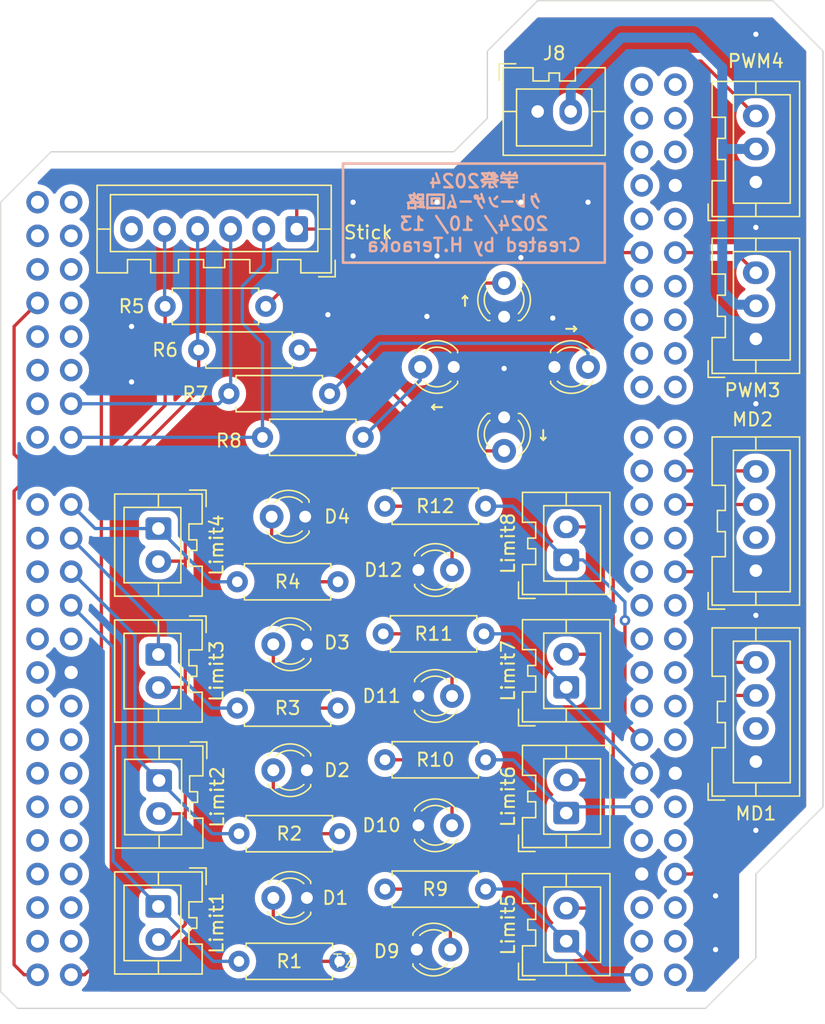
<source format=kicad_pcb>
(kicad_pcb (version 20221018) (generator pcbnew)
  (layers (0 "F.Cu" signal) (31 "B.Cu" signal) (34 "B.Paste" user) (35 "F.Paste" user) (36 "B.SilkS" user "B.Silkscreen") (37 "F.SilkS" user "F.Silkscreen") (38 "B.Mask" user) (39 "F.Mask" user) (44 "Edge.Cuts" user))
  (net 0 "")
  (net 1 "Input↑")
  (net 2 "Input↓")
  (net 3 "Input→")
  (net 4 "Input←")
  (net 5 "Switch_PWR")
  (net 7 "Limit1")
  (net 8 "Limit2")
  (net 9 "Limit3")
  (net 10 "Limit4")
  (net 11 "GND")
  (net 13 "PWM2")
  (net 14 "PWM1")
  (net 16 "PWM4")
  (net 17 "PWM3")
  (net 18 "Servo_Power")
  (net 19 "PWM5")
  (net 20 "PWM6")
  (net 29 "Net-(D9-A)")
  (net 34 "Net-(D10-A)")
  (net 35 "Net-(D11-A)")
  (net 36 "Net-(D12-A)")
  (net 94 "Net-(D1-A)")
  (net 95 "Net-(D2-A)")
  (net 96 "Net-(D3-A)")
  (net 97 "Net-(D4-A)")
  (net 98 "Net-(D5-A)")
  (net 99 "Net-(D6-A)")
  (net 100 "Net-(D7-A)")
  (net 101 "Net-(D8-A)")
  (net 105 "Limit5")
  (net 106 "Limit6")
  (net 107 "Limit7")
  (net 108 "Limit8")
  (footprint "LED_THT:LED_D3.0mm" (layer "F.Cu") (at 75.2432 91.2142 180)
    (fp_text reference "D2" (at -2.281 0) (layer "F.SilkS"))
    (fp_text value "LED")
    (pad "1" thru_hole rect (at 0 0 180) (size 1.8 1.8) (drill 0.9) (layers "*.Cu" "*.Mask") (net 11 "GND"))
    (pad "2" thru_hole circle (at 2.54 0 180) (size 1.8 1.8) (drill 0.9) (layers "*.Cu" "*.Mask") (net 95 "Net-(D2-A)"))
  )
  (footprint "LED_THT:LED_D3.0mm" (layer "F.Cu") (at 90.17 56.916 90)
    (fp_text reference "↑" (at 1.27 -2.96) (layer "F.SilkS"))
    (fp_text value "LED")
    (pad "1" thru_hole rect (at 0 0 90) (size 1.8 1.8) (drill 0.9) (layers "*.Cu" "*.Mask") (net 11 "GND"))
    (pad "2" thru_hole circle (at 2.54 0 90) (size 1.8 1.8) (drill 0.9) (layers "*.Cu" "*.Mask") (net 98 "Net-(D5-A)"))
  )
  (footprint "Connector_JST:JST_XA_B06B-XASK-1_1x06_P2.50mm_Vertical" (layer "F.Cu") (at 74.476 50.292 180)
    (fp_text reference "Stick" (at -5.407 -0.254) (layer "F.SilkS"))
    (fp_text value "Conn_01x06_Socket")
    (pad "1" thru_hole roundrect (at 0 0 180) (size 1.7 1.95) (drill 0.95) (layers "*.Cu" "*.Mask") (roundrect_rratio 0.1470588235) (net 5 "Switch_PWR"))
    (pad "2" thru_hole oval (at 2.5 0 180) (size 1.7 1.95) (drill 0.95) (layers "*.Cu" "*.Mask") (net 4 "Input←"))
    (pad "3" thru_hole oval (at 5 0 180) (size 1.7 1.95) (drill 0.95) (layers "*.Cu" "*.Mask") (net 3 "Input→"))
    (pad "4" thru_hole oval (at 7.5 0 180) (size 1.7 1.95) (drill 0.95) (layers "*.Cu" "*.Mask") (net 2 "Input↓"))
    (pad "5" thru_hole oval (at 10 0 180) (size 1.7 1.95) (drill 0.95) (layers "*.Cu" "*.Mask") (net 1 "Input↑"))
    (pad "6" thru_hole oval (at 12.5 0 180) (size 1.7 1.95) (drill 0.95) (layers "*.Cu" "*.Mask"))
  )
  (footprint "Resistor_THT:R_Axial_DIN0207_L6.3mm_D2.5mm_P7.62mm_Horizontal" (layer "F.Cu") (at 77.724 105.664 180)
    (fp_text reference "R1" (at 3.81 0) (layer "F.SilkS"))
    (fp_text value "R")
    (pad "1" thru_hole circle (at 0 0 180) (size 1.6 1.6) (drill 0.8) (layers "*.Cu" "*.Mask") (net 94 "Net-(D1-A)"))
    (pad "2" thru_hole oval (at 7.62 0 180) (size 1.6 1.6) (drill 0.8) (layers "*.Cu" "*.Mask") (net 7 "Limit1"))
  )
  (footprint "Connector_JST:JST_XA_B04B-XASK-1_1x04_P2.50mm_Vertical" (layer "F.Cu") (at 109.22 76.12 90)
    (fp_text reference "MD2" (at 11.43 -0.254) (layer "F.SilkS"))
    (fp_text value "Conn_01x04")
    (pad "1" thru_hole roundrect (at 0 0 90) (size 1.7 1.95) (drill 0.95) (layers "*.Cu" "*.Mask") (roundrect_rratio 0.1470588235) (net 11 "GND"))
    (pad "2" thru_hole oval (at 2.5 0 90) (size 1.7 1.95) (drill 0.95) (layers "*.Cu" "*.Mask"))
    (pad "3" thru_hole oval (at 5 0 90) (size 1.7 1.95) (drill 0.95) (layers "*.Cu" "*.Mask") (net 13 "PWM2"))
    (pad "4" thru_hole oval (at 7.5 0 90) (size 1.7 1.95) (drill 0.95) (layers "*.Cu" "*.Mask") (net 14 "PWM1"))
  )
  (footprint "LED_THT:LED_D3.0mm" (layer "F.Cu") (at 83.688 76.073)
    (fp_text reference "D12" (at -2.662 0) (layer "F.SilkS"))
    (fp_text value "LED")
    (pad "1" thru_hole rect (at 0 0) (size 1.8 1.8) (drill 0.9) (layers "*.Cu" "*.Mask") (net 11 "GND"))
    (pad "2" thru_hole circle (at 2.54 0) (size 1.8 1.8) (drill 0.9) (layers "*.Cu" "*.Mask") (net 36 "Net-(D12-A)"))
  )
  (footprint "Resistor_THT:R_Axial_DIN0207_L6.3mm_D2.5mm_P7.62mm_Horizontal" (layer "F.Cu") (at 77.724 96.012 180)
    (fp_text reference "R2" (at 3.81 0) (layer "F.SilkS"))
    (fp_text value "R")
    (pad "1" thru_hole circle (at 0 0 180) (size 1.6 1.6) (drill 0.8) (layers "*.Cu" "*.Mask") (net 95 "Net-(D2-A)"))
    (pad "2" thru_hole oval (at 7.62 0 180) (size 1.6 1.6) (drill 0.8) (layers "*.Cu" "*.Mask") (net 8 "Limit2"))
  )
  (footprint "Resistor_THT:R_Axial_DIN0207_L6.3mm_D2.5mm_P7.62mm_Horizontal" (layer "F.Cu") (at 71.882 66.04)
    (fp_text reference "R8" (at -2.54 0.254) (layer "F.SilkS"))
    (fp_text value "R")
    (pad "1" thru_hole circle (at 0 0) (size 1.6 1.6) (drill 0.8) (layers "*.Cu" "*.Mask") (net 4 "Input←"))
    (pad "2" thru_hole oval (at 7.62 0) (size 1.6 1.6) (drill 0.8) (layers "*.Cu" "*.Mask") (net 101 "Net-(D8-A)"))
  )
  (footprint "Connector_JST:JST_XA_B02B-XASK-1_1x02_P2.50mm_Vertical" (layer "F.Cu") (at 64.008 101.513 -90)
    (fp_text reference "Limit1" (at 1.25 -4.4 90) (layer "F.SilkS"))
    (fp_text value "Conn_01x02_Socket")
    (pad "1" thru_hole roundrect (at 0 0 270) (size 1.7 1.95) (drill 0.95) (layers "*.Cu" "*.Mask") (roundrect_rratio 0.1470588235) (net 7 "Limit1"))
    (pad "2" thru_hole oval (at 2.5 0 270) (size 1.7 1.95) (drill 0.95) (layers "*.Cu" "*.Mask") (net 5 "Switch_PWR"))
  )
  (footprint "Connector_JST:JST_XA_B02B-XASK-1_1x02_P2.50mm_Vertical" (layer "F.Cu") (at 94.869 104.14 90)
    (fp_text reference "Limit5" (at 1.25 -4.4 90) (layer "F.SilkS"))
    (fp_text value "Conn_01x02_Socket")
    (pad "1" thru_hole roundrect (at 0 0 90) (size 1.7 1.95) (drill 0.95) (layers "*.Cu" "*.Mask") (roundrect_rratio 0.1470588235) (net 105 "Limit5"))
    (pad "2" thru_hole oval (at 2.5 0 90) (size 1.7 1.95) (drill 0.95) (layers "*.Cu" "*.Mask") (net 5 "Switch_PWR"))
  )
  (footprint "LED_THT:LED_D3.0mm" (layer "F.Cu") (at 75.1162 72.0372 180)
    (fp_text reference "D4" (at -2.413 0) (layer "F.SilkS"))
    (fp_text value "LED")
    (pad "1" thru_hole rect (at 0 0 180) (size 1.8 1.8) (drill 0.9) (layers "*.Cu" "*.Mask") (net 11 "GND"))
    (pad "2" thru_hole circle (at 2.54 0 180) (size 1.8 1.8) (drill 0.9) (layers "*.Cu" "*.Mask") (net 97 "Net-(D4-A)"))
  )
  (footprint "Resistor_THT:R_Axial_DIN0207_L6.3mm_D2.5mm_P7.62mm_Horizontal" (layer "F.Cu") (at 69.977 86.5152)
    (fp_text reference "R3" (at 3.81 0) (layer "F.SilkS"))
    (fp_text value "R")
    (pad "1" thru_hole circle (at 0 0) (size 1.6 1.6) (drill 0.8) (layers "*.Cu" "*.Mask") (net 9 "Limit3"))
    (pad "2" thru_hole oval (at 7.62 0) (size 1.6 1.6) (drill 0.8) (layers "*.Cu" "*.Mask") (net 96 "Net-(D3-A)"))
  )
  (footprint "Resistor_THT:R_Axial_DIN0207_L6.3mm_D2.5mm_P7.62mm_Horizontal" (layer "F.Cu") (at 88.773 71.247 180)
    (fp_text reference "R12" (at 3.81 0) (layer "F.SilkS"))
    (fp_text value "R")
    (pad "1" thru_hole circle (at 0 0 180) (size 1.6 1.6) (drill 0.8) (layers "*.Cu" "*.Mask") (net 108 "Limit8"))
    (pad "2" thru_hole oval (at 7.62 0 180) (size 1.6 1.6) (drill 0.8) (layers "*.Cu" "*.Mask") (net 36 "Net-(D12-A)"))
  )
  (footprint "Resistor_THT:R_Axial_DIN0207_L6.3mm_D2.5mm_P7.62mm_Horizontal" (layer "F.Cu") (at 81.153 90.424)
    (fp_text reference "R10" (at 3.81 0) (layer "F.SilkS"))
    (fp_text value "R")
    (pad "1" thru_hole circle (at 0 0) (size 1.6 1.6) (drill 0.8) (layers "*.Cu" "*.Mask") (net 34 "Net-(D10-A)"))
    (pad "2" thru_hole oval (at 7.62 0) (size 1.6 1.6) (drill 0.8) (layers "*.Cu" "*.Mask") (net 106 "Limit6"))
  )
  (footprint "LED_THT:LED_D3.0mm" (layer "F.Cu") (at 86.36 60.721 180)
    (fp_text reference "←" (at 1.27 -2.96) (layer "F.SilkS"))
    (fp_text value "LED")
    (pad "1" thru_hole rect (at 0 0 180) (size 1.8 1.8) (drill 0.9) (layers "*.Cu" "*.Mask") (net 11 "GND"))
    (pad "2" thru_hole circle (at 2.54 0 180) (size 1.8 1.8) (drill 0.9) (layers "*.Cu" "*.Mask") (net 101 "Net-(D8-A)"))
  )
  (footprint "Connector_JST:JST_XA_B02B-XASK-1_1x02_P2.50mm_Vertical" (layer "F.Cu") (at 94.869 94.448 90)
    (fp_text reference "Limit6" (at 1.25 -4.4 90) (layer "F.SilkS"))
    (fp_text value "Conn_01x02_Socket")
    (pad "1" thru_hole roundrect (at 0 0 90) (size 1.7 1.95) (drill 0.95) (layers "*.Cu" "*.Mask") (roundrect_rratio 0.1470588235) (net 106 "Limit6"))
    (pad "2" thru_hole oval (at 2.5 0 90) (size 1.7 1.95) (drill 0.95) (layers "*.Cu" "*.Mask") (net 5 "Switch_PWR"))
  )
  (footprint "Connector_JST:JST_XA_B02B-XASK-1_1x02_P2.50mm_Vertical" (layer "F.Cu") (at 64.008 82.463 -90)
    (fp_text reference "Limit3" (at 1.25 -4.4 90) (layer "F.SilkS"))
    (fp_text value "Conn_01x02_Socket")
    (pad "1" thru_hole roundrect (at 0 0 270) (size 1.7 1.95) (drill 0.95) (layers "*.Cu" "*.Mask") (roundrect_rratio 0.1470588235) (net 9 "Limit3"))
    (pad "2" thru_hole oval (at 2.5 0 270) (size 1.7 1.95) (drill 0.95) (layers "*.Cu" "*.Mask") (net 5 "Switch_PWR"))
  )
  (footprint "LED_THT:LED_D3.0mm" (layer "F.Cu") (at 83.561 104.775)
    (fp_text reference "D9" (at -2.281 0.127) (layer "F.SilkS"))
    (fp_text value "LED")
    (pad "1" thru_hole rect (at 0 0) (size 1.8 1.8) (drill 0.9) (layers "*.Cu" "*.Mask") (net 11 "GND"))
    (pad "2" thru_hole circle (at 2.54 0) (size 1.8 1.8) (drill 0.9) (layers "*.Cu" "*.Mask") (net 29 "Net-(D9-A)"))
  )
  (footprint "LED_THT:LED_D3.0mm" (layer "F.Cu") (at 83.688 85.598)
    (fp_text reference "D11" (at -2.789 0) (layer "F.SilkS"))
    (fp_text value "LED")
    (pad "1" thru_hole rect (at 0 0) (size 1.8 1.8) (drill 0.9) (layers "*.Cu" "*.Mask") (net 11 "GND"))
    (pad "2" thru_hole circle (at 2.54 0) (size 1.8 1.8) (drill 0.9) (layers "*.Cu" "*.Mask") (net 35 "Net-(D11-A)"))
  )
  (footprint "Connector_JST:JST_XA_B02B-XASK-1_1x02_P2.50mm_Vertical" (layer "F.Cu") (at 94.869 75.311 90)
    (fp_text reference "Limit8" (at 1.25 -4.4 90) (layer "F.SilkS"))
    (fp_text value "Conn_01x02_Socket")
    (pad "1" thru_hole roundrect (at 0 0 90) (size 1.7 1.95) (drill 0.95) (layers "*.Cu" "*.Mask") (roundrect_rratio 0.1470588235) (net 108 "Limit8"))
    (pad "2" thru_hole oval (at 2.5 0 90) (size 1.7 1.95) (drill 0.95) (layers "*.Cu" "*.Mask") (net 5 "Switch_PWR"))
  )
  (footprint "LED_THT:LED_D3.0mm" (layer "F.Cu") (at 75.2432 81.6892 180)
    (fp_text reference "D3" (at -2.281 0.127) (layer "F.SilkS"))
    (fp_text value "LED")
    (pad "1" thru_hole rect (at 0 0 180) (size 1.8 1.8) (drill 0.9) (layers "*.Cu" "*.Mask") (net 11 "GND"))
    (pad "2" thru_hole circle (at 2.54 0 180) (size 1.8 1.8) (drill 0.9) (layers "*.Cu" "*.Mask") (net 96 "Net-(D3-A)"))
  )
  (footprint "Resistor_THT:R_Axial_DIN0207_L6.3mm_D2.5mm_P7.62mm_Horizontal" (layer "F.Cu") (at 81.153 100.203)
    (fp_text reference "R9" (at 3.81 0) (layer "F.SilkS"))
    (fp_text value "R")
    (pad "1" thru_hole circle (at 0 0) (size 1.6 1.6) (drill 0.8) (layers "*.Cu" "*.Mask") (net 29 "Net-(D9-A)"))
    (pad "2" thru_hole oval (at 7.62 0) (size 1.6 1.6) (drill 0.8) (layers "*.Cu" "*.Mask") (net 105 "Limit5"))
  )
  (footprint "Connector_JST:JST_XA_B02B-XASK-1_1x02_P2.50mm_Vertical" (layer "F.Cu") (at 92.71 41.402)
    (fp_text reference "J8" (at 1.25 -4.4) (layer "F.SilkS"))
    (fp_text value "Conn_01x02")
    (pad "1" thru_hole roundrect (at 0 0) (size 1.7 1.95) (drill 0.95) (layers "*.Cu" "*.Mask") (roundrect_rratio 0.1470588235) (net 11 "GND"))
    (pad "2" thru_hole oval (at 2.5 0) (size 1.7 1.95) (drill 0.95) (layers "*.Cu" "*.Mask") (net 18 "Servo_Power"))
  )
  (footprint "Resistor_THT:R_Axial_DIN0207_L6.3mm_D2.5mm_P7.62mm_Horizontal" (layer "F.Cu") (at 88.646 80.899 180)
    (fp_text reference "R11" (at 3.81 0) (layer "F.SilkS"))
    (fp_text value "R")
    (pad "1" thru_hole circle (at 0 0 180) (size 1.6 1.6) (drill 0.8) (layers "*.Cu" "*.Mask") (net 107 "Limit7"))
    (pad "2" thru_hole oval (at 7.62 0 180) (size 1.6 1.6) (drill 0.8) (layers "*.Cu" "*.Mask") (net 35 "Net-(D11-A)"))
  )
  (footprint "LED_THT:LED_D3.0mm" (layer "F.Cu") (at 93.98 60.721)
    (fp_text reference "→" (at 1.27 -2.96) (layer "F.SilkS"))
    (fp_text value "LED")
    (pad "1" thru_hole rect (at 0 0) (size 1.8 1.8) (drill 0.9) (layers "*.Cu" "*.Mask") (net 11 "GND"))
    (pad "2" thru_hole circle (at 2.54 0) (size 1.8 1.8) (drill 0.9) (layers "*.Cu" "*.Mask") (net 100 "Net-(D7-A)"))
  )
  (footprint "LED_THT:LED_D3.0mm" (layer "F.Cu") (at 75.2432 100.8662 180)
    (fp_text reference "D1" (at -2.154 0) (layer "F.SilkS"))
    (fp_text value "LED")
    (pad "1" thru_hole rect (at 0 0 180) (size 1.8 1.8) (drill 0.9) (layers "*.Cu" "*.Mask") (net 11 "GND"))
    (pad "2" thru_hole circle (at 2.54 0 180) (size 1.8 1.8) (drill 0.9) (layers "*.Cu" "*.Mask") (net 94 "Net-(D1-A)"))
  )
  (footprint "Connector_JST:JST_XA_B03B-XASK-1_1x03_P2.50mm_Vertical" (layer "F.Cu") (at 109.22 46.736 90)
    (fp_text reference "PWM4" (at 9.144 0) (layer "F.SilkS"))
    (fp_text value "Conn_01x03")
    (pad "1" thru_hole roundrect (at 0 0 90) (size 1.7 1.95) (drill 0.95) (layers "*.Cu" "*.Mask") (roundrect_rratio 0.1470588235) (net 11 "GND"))
    (pad "2" thru_hole oval (at 2.5 0 90) (size 1.7 1.95) (drill 0.95) (layers "*.Cu" "*.Mask") (net 18 "Servo_Power"))
    (pad "3" thru_hole oval (at 5 0 90) (size 1.7 1.95) (drill 0.95) (layers "*.Cu" "*.Mask") (net 20 "PWM6"))
  )
  (footprint "Connector_JST:JST_XA_B02B-XASK-1_1x02_P2.50mm_Vertical" (layer "F.Cu") (at 64.0622 91.988 -90)
    (fp_text reference "Limit2" (at 1.25 -4.4 90) (layer "F.SilkS"))
    (fp_text value "Conn_01x02_Socket")
    (pad "1" thru_hole roundrect (at 0 0 270) (size 1.7 1.95) (drill 0.95) (layers "*.Cu" "*.Mask") (roundrect_rratio 0.1470588235) (net 8 "Limit2"))
    (pad "2" thru_hole oval (at 2.5 0 270) (size 1.7 1.95) (drill 0.95) (layers "*.Cu" "*.Mask") (net 5 "Switch_PWR"))
  )
  (footprint "Connector_JST:JST_XA_B02B-XASK-1_1x02_P2.50mm_Vertical" (layer "F.Cu") (at 64.008 72.938 -90)
    (fp_text reference "Limit4" (at 1.25 -4.4 90) (layer "F.SilkS"))
    (fp_text value "Conn_01x02_Socket")
    (pad "1" thru_hole roundrect (at 0 0 270) (size 1.7 1.95) (drill 0.95) (layers "*.Cu" "*.Mask") (roundrect_rratio 0.1470588235) (net 10 "Limit4"))
    (pad "2" thru_hole oval (at 2.5 0 270) (size 1.7 1.95) (drill 0.95) (layers "*.Cu" "*.Mask") (net 5 "Switch_PWR"))
  )
  (footprint "okarobo:NucleoF767-ZioConnector" (layer "F.Cu") (at 78.994 73.66)
    (fp_text reference "Z1" (at -0.9618 31.9052 180 unlocked) (layer "F.SilkS") (effects (font (thickness 0.1))))
    (fp_text value "NucleoF767-ZioConnector")
    (pad "1" thru_hole circle (at -24.13 -25.4) (size 1.7 1.7) (drill 1) (layers "*.Cu" "*.Mask"))
    (pad "2" thru_hole circle (at -24.13 -22.86) (size 1.7 1.7) (drill 1) (layers "*.Cu" "*.Mask"))
    (pad "3" thru_hole circle (at -24.13 -20.32) (size 1.7 1.7) (drill 1) (layers "*.Cu" "*.Mask"))
    (pad "4" thru_hole circle (at -24.13 -17.78) (size 1.7 1.7) (drill 1) (layers "*.Cu" "*.Mask") (net 5 "Switch_PWR"))
    (pad "5" thru_hole circle (at -24.13 -15.24) (size 1.7 1.7) (drill 1) (layers "*.Cu" "*.Mask"))
    (pad "6" thru_hole circle (at -24.13 -12.7) (size 1.7 1.7) (drill 1) (layers "*.Cu" "*.Mask"))
    (pad "7" thru_hole circle (at -24.13 -10.16) (size 1.7 1.7) (drill 1) (layers "*.Cu" "*.Mask"))
    (pad "8" thru_hole circle (at -24.13 -7.62) (size 1.7 1.7) (drill 1) (layers "*.Cu" "*.Mask"))
    (pad "9" thru_hole circle (at -24.13 -2.54) (size 1.7 1.7) (drill 1) (layers "*.Cu" "*.Mask"))
    (pad "10" thru_hole circle (at -24.13 0) (size 1.7 1.7) (drill 1) (layers "*.Cu" "*.Mask"))
    (pad "11" thru_hole circle (at -24.13 2.54) (size 1.7 1.7) (drill 1) (layers "*.Cu" "*.Mask"))
    (pad "12" thru_hole circle (at -24.13 5.08) (size 1.7 1.7) (drill 1) (layers "*.Cu" "*.Mask"))
    (pad "13" thru_hole circle (at -24.13 7.62) (size 1.7 1.7) (drill 1) (layers "*.Cu" "*.Mask"))
    (pad "14" thru_hole circle (at -24.13 10.16) (size 1.7 1.7) (drill 1) (layers "*.Cu" "*.Mask"))
    (pad "15" thru_hole circle (at -24.13 12.7) (size 1.7 1.7) (drill 1) (layers "*.Cu" "*.Mask"))
    (pad "16" thru_hole circle (at -24.13 15.24) (size 1.7 1.7) (drill 1) (layers "*.Cu" "*.Mask"))
    (pad "17" thru_hole circle (at -24.13 17.78) (size 1.7 1.7) (drill 1) (layers "*.Cu" "*.Mask"))
    (pad "18" thru_hole circle (at -24.13 20.32) (size 1.7 1.7) (drill 1) (layers "*.Cu" "*.Mask"))
    (pad "19" thru_hole circle (at -24.13 22.86) (size 1.7 1.7) (drill 1) (layers "*.Cu" "*.Mask"))
    (pad "20" thru_hole circle (at -24.13 25.4) (size 1.7 1.7) (drill 1) (layers "*.Cu" "*.Mask"))
    (pad "21" thru_hole circle (at -24.13 27.94) (size 1.7 1.7) (drill 1) (layers "*.Cu" "*.Mask"))
    (pad "22" thru_hole circle (at -24.13 30.48) (size 1.7 1.7) (drill 1) (layers "*.Cu" "*.Mask"))
    (pad "23" thru_hole circle (at -24.13 33.02) (size 1.7 1.7) (drill 1) (layers "*.Cu" "*.Mask") (net 1 "Input↑"))
    (pad "24" thru_hole circle (at -21.59 -25.4) (size 1.7 1.7) (drill 1) (layers "*.Cu" "*.Mask"))
    (pad "25" thru_hole circle (at -21.59 -22.86) (size 1.7 1.7) (drill 1) (layers "*.Cu" "*.Mask"))
    (pad "26" thru_hole circle (at -21.59 -20.32) (size 1.7 1.7) (drill 1) (layers "*.Cu" "*.Mask"))
    (pad "27" thru_hole circle (at -21.59 -17.78) (size 1.7 1.7) (drill 1) (layers "*.Cu" "*.Mask"))
    (pad "28" thru_hole circle (at -21.59 -15.24) (size 1.7 1.7) (drill 1) (layers "*.Cu" "*.Mask"))
    (pad "29" thru_hole circle (at -21.59 -12.7) (size 1.7 1.7) (drill 1) (layers "*.Cu" "*.Mask"))
    (pad "30" thru_hole circle (at -21.59 -10.16) (size 1.7 1.7) (drill 1) (layers "*.Cu" "*.Mask") (net 3 "Input→"))
    (pad "31" thru_hole circle (at -21.59 -7.62) (size 1.7 1.7) (drill 1) (layers "*.Cu" "*.Mask") (net 4 "Input←"))
    (pad "32" thru_hole circle (at -21.59 -2.54) (size 1.7 1.7) (drill 1) (layers "*.Cu" "*.Mask") (net 10 "Limit4"))
    (pad "33" thru_hole circle (at -21.59 0) (size 1.7 1.7) (drill 1) (layers "*.Cu" "*.Mask") (net 9 "Limit3"))
    (pad "34" thru_hole circle (at -21.59 2.54) (size 1.7 1.7) (drill 1) (layers "*.Cu" "*.Mask") (net 8 "Limit2"))
    (pad "35" thru_hole circle (at -21.59 5.08) (size 1.7 1.7) (drill 1) (layers "*.Cu" "*.Mask") (net 7 "Limit1"))
    (pad "36" thru_hole circle (at -21.59 7.62) (size 1.7 1.7) (drill 1) (layers "*.Cu" "*.Mask"))
    (pad "37" thru_hole circle (at -21.59 10.16) (size 1.7 1.7) (drill 1) (layers "*.Cu" "*.Mask") (net 11 "GND"))
    (pad "38" thru_hole circle (at -21.59 12.7) (size 1.7 1.7) (drill 1) (layers "*.Cu" "*.Mask"))
    (pad "39" thru_hole circle (at -21.59 15.24) (size 1.7 1.7) (drill 1) (layers "*.Cu" "*.Mask"))
    (pad "40" thru_hole circle (at -21.59 17.78) (size 1.7 1.7) (drill 1) (layers "*.Cu" "*.Mask"))
    (pad "41" thru_hole circle (at -21.59 20.32) (size 1.7 1.7) (drill 1) (layers "*.Cu" "*.Mask"))
    (pad "42" thru_hole circle (at -21.59 22.86) (size 1.7 1.7) (drill 1) (layers "*.Cu" "*.Mask"))
    (pad "43" thru_hole circle (at -21.59 25.4) (size 1.7 1.7) (drill 1) (layers "*.Cu" "*.Mask"))
    (pad "44" thru_hole circle (at -21.59 27.94) (size 1.7 1.7) (drill 1) (layers "*.Cu" "*.Mask"))
    (pad "45" thru_hole circle (at -21.59 30.48) (size 1.7 1.7) (drill 1) (layers "*.Cu" "*.Mask"))
    (pad "46" thru_hole circle (at -21.59 33.02) (size 1.7 1.7) (drill 1) (layers "*.Cu" "*.Mask") (net 2 "Input↓"))
    (pad "47" thru_hole circle (at 21.59 -34.29) (size 1.7 1.7) (drill 1) (layers "*.Cu" "*.Mask"))
    (pad "48" thru_hole circle (at 21.59 -31.75) (size 1.7 1.7) (drill 1) (layers "*.Cu" "*.Mask"))
    (pad "49" thru_hole circle (at 21.59 -29.21) (size 1.7 1.7) (drill 1) (layers "*.Cu" "*.Mask"))
    (pad "50" thru_hole circle (at 21.59 -26.67) (size 1.7 1.7) (drill 1) (layers "*.Cu" "*.Mask"))
    (pad "51" thru_hole circle (at 21.59 -24.13) (size 1.7 1.7) (drill 1) (layers "*.Cu" "*.Mask"))
    (pad "52" thru_hole circle (at 21.59 -21.59) (size 1.7 1.7) (drill 1) (layers "*.Cu" "*.Mask") (net 20 "PWM6"))
    (pad "53" thru_hole circle (at 21.59 -19.05) (size 1.7 1.7) (drill 1) (layers "*.Cu" "*.Mask"))
    (pad "54" thru_hole circle (at 21.59 -16.51) (size 1.7 1.7) (drill 1) (layers "*.Cu" "*.Mask"))
    (pad "55" thru_hole circle (at 21.59 -13.97) (size 1.7 1.7) (drill 1) (layers "*.Cu" "*.Mask"))
    (pad "56" thru_hole circle (at 21.59 -11.43) (size 1.7 1.7) (drill 1) (layers "*.Cu" "*.Mask"))
    (pad "57" thru_hole circle (at 21.59 -7.62) (size 1.7 1.7) (drill 1) (layers "*.Cu" "*.Mask"))
    (pad "58" thru_hole circle (at 21.59 -5.08) (size 1.7 1.7) (drill 1) (layers "*.Cu" "*.Mask"))
    (pad "59" thru_hole circle (at 21.59 -2.54) (size 1.7 1.7) (drill 1) (layers "*.Cu" "*.Mask"))
    (pad "60" thru_hole circle (at 21.59 0) (size 1.7 1.7) (drill 1) (layers "*.Cu" "*.Mask"))
    (pad "61" thru_hole circle (at 21.59 2.54) (size 1.7 1.7) (drill 1) (layers "*.Cu" "*.Mask"))
    (pad "62" thru_hole circle (at 21.59 5.08) (size 1.7 1.7) (drill 1) (layers "*.Cu" "*.Mask"))
    (pad "63" thru_hole circle (at 21.59 7.62) (size 1.7 1.7) (drill 1) (layers "*.Cu" "*.Mask"))
    (pad "64" thru_hole circle (at 21.59 10.16) (size 1.7 1.7) (drill 1) (layers "*.Cu" "*.Mask"))
    (pad "65" thru_hole circle (at 21.59 12.7) (size 1.7 1.7) (drill 1) (layers "*.Cu" "*.Mask"))
    (pad "66" thru_hole circle (at 21.59 15.24) (size 1.7 1.7) (drill 1) (layers "*.Cu" "*.Mask") (net 108 "Limit8"))
    (pad "67" thru_hole circle (at 21.59 17.78) (size 1.7 1.7) (drill 1) (layers "*.Cu" "*.Mask") (net 107 "Limit7"))
    (pad "68" thru_hole circle (at 21.59 20.32) (size 1.7 1.7) (drill 1) (layers "*.Cu" "*.Mask") (net 106 "Limit6"))
    (pad "69" thru_hole circle (at 21.59 22.86) (size 1.7 1.7) (drill 1) (layers "*.Cu" "*.Mask"))
    (pad "70" thru_hole circle (at 21.59 25.4) (size 1.7 1.7) (drill 1) (layers "*.Cu" "*.Mask") (net 11 "GND"))
    (pad "71" thru_hole circle (at 21.59 27.94) (size 1.7 1.7) (drill 1) (layers "*.Cu" "*.Mask"))
    (pad "72" thru_hole circle (at 21.59 30.48) (size 1.7 1.7) (drill 1) (layers "*.Cu" "*.Mask"))
    (pad "73" thru_hole circle (at 21.59 33.02) (size 1.7 1.7) (drill 1) (layers "*.Cu" "*.Mask") (net 105 "Limit5"))
    (pad "74" thru_hole circle (at 24.13 -34.29) (size 1.7 1.7) (drill 1) (layers "*.Cu" "*.Mask"))
    (pad "75" thru_hole circle (at 24.13 -31.75) (size 1.7 1.7) (drill 1) (layers "*.Cu" "*.Mask"))
    (pad "76" thru_hole circle (at 24.13 -29.21) (size 1.7 1.7) (drill 1) (layers "*.Cu" "*.Mask"))
    (pad "77" thru_hole circle (at 24.13 -26.67) (size 1.7 1.7) (drill 1) (layers "*.Cu" "*.Mask") (net 11 "GND"))
    (pad "78" thru_hole circle (at 24.13 -24.13) (size 1.7 1.7) (drill 1) (layers "*.Cu" "*.Mask"))
    (pad "79" thru_hole circle (at 24.13 -21.59) (size 1.7 1.7) (drill 1) (layers "*.Cu" "*.Mask") (net 19 "PWM5"))
    (pad "80" thru_hole circle (at 24.13 -19.05) (size 1.7 1.7) (drill 1) (layers "*.Cu" "*.Mask"))
    (pad "81" thru_hole circle (at 24.13 -16.51) (size 1.7 1.7) (drill 1) (layers "*.Cu" "*.Mask"))
    (pad "82" thru_hole circle (at 24.13 -13.97) (size 1.7 1.7) (drill 1) (layers "*.Cu" "*.Mask"))
    (pad "83" thru_hole circle (at 24.13 -11.43) (size 1.7 1.7) (drill 1) (layers "*.Cu" "*.Mask"))
    (pad "84" thru_hole circle (at 24.13 -7.62) (size 1.7 1.7) (drill 1) (layers "*.Cu" "*.Mask"))
    (pad "85" thru_hole circle (at 24.13 -5.08) (size 1.7 1.7) (drill 1) (layers "*.Cu" "*.Mask") (net 14 "PWM1"))
    (pad "86" thru_hole circle (at 24.13 -2.54) (size 1.7 1.7) (drill 1) (layers "*.Cu" "*.Mask") (net 13 "PWM2"))
    (pad "87" thru_hole circle (at 24.13 0) (size 1.7 1.7) (drill 1) (layers "*.Cu" "*.Mask"))
    (pad "88" thru_hole circle (at 24.13 2.54) (size 1.7 1.7) (drill 1) (layers "*.Cu" "*.Mask") (net 17 "PWM3"))
    (pad "89" thru_hole circle (at 24.13 5.08) (size 1.7 1.7) (drill 1) (layers "*.Cu" "*.Mask"))
    (pad "90" thru_hole circle (at 24.13 7.62) (size 1.7 1.7) (drill 1) (layers "*.Cu" "*.Mask"))
    (pad "91" thru_hole circle (at 24.13 10.16) (size 1.7 1.7) (drill 1) (layers "*.Cu" "*.Mask"))
    (pad "92" thru_hole circle (at 24.13 12.7) (size 1.7 1.7) (drill 1) (layers "*.Cu" "*.Mask"))
    (pad "93" thru_hole circle (at 24.13 15.24) (size 1.7 1.7) (drill 1) (layers "*.Cu" "*.Mask"))
    (pad "94" thru_hole circle (at 24.13 17.78) (size 1.7 1.7) (drill 1) (layers "*.Cu" "*.Mask") (net 11 "GND"))
    (pad "95" thru_hole circle (at 24.13 20.32) (size 1.7 1.7) (drill 1) (layers "*.Cu" "*.Mask"))
    (pad "96" thru_hole circle (at 24.13 22.86) (size 1.7 1.7) (drill 1) (layers "*.Cu" "*.Mask"))
    (pad "97" thru_hole circle (at 24.13 25.4) (size 1.7 1.7) (drill 1) (layers "*.Cu" "*.Mask") (net 16 "PWM4"))
    (pad "98" thru_hole circle (at 24.13 27.94) (size 1.7 1.7) (drill 1) (layers "*.Cu" "*.Mask"))
    (pad "99" thru_hole circle (at 24.13 30.48) (size 1.7 1.7) (drill 1) (layers "*.Cu" "*.Mask"))
    (pad "100" thru_hole circle (at 24.13 33.02) (size 1.7 1.7) (drill 1) (layers "*.Cu" "*.Mask"))
  )
  (footprint "LED_THT:LED_D3.0mm" (layer "F.Cu") (at 90.17 64.526 -90)
    (fp_text reference "↓" (at 1.27 -2.96) (layer "F.SilkS"))
    (fp_text value "LED")
    (pad "1" thru_hole rect (at 0 0 270) (size 1.8 1.8) (drill 0.9) (layers "*.Cu" "*.Mask") (net 11 "GND"))
    (pad "2" thru_hole circle (at 2.54 0 270) (size 1.8 1.8) (drill 0.9) (layers "*.Cu" "*.Mask") (net 99 "Net-(D6-A)"))
  )
  (footprint "Resistor_THT:R_Axial_DIN0207_L6.3mm_D2.5mm_P7.62mm_Horizontal" (layer "F.Cu") (at 69.977 76.962)
    (fp_text reference "R4" (at 3.81 0) (layer "F.SilkS"))
    (fp_text value "R")
    (pad "1" thru_hole circle (at 0 0) (size 1.6 1.6) (drill 0.8) (layers "*.Cu" "*.Mask") (net 10 "Limit4"))
    (pad "2" thru_hole oval (at 7.62 0) (size 1.6 1.6) (drill 0.8) (layers "*.Cu" "*.Mask") (net 97 "Net-(D4-A)"))
  )
  (footprint "Resistor_THT:R_Axial_DIN0207_L6.3mm_D2.5mm_P7.62mm_Horizontal" (layer "F.Cu") (at 69.342 62.738)
    (fp_text reference "R7" (at -2.54 0) (layer "F.SilkS"))
    (fp_text value "R")
    (pad "1" thru_hole circle (at 0 0) (size 1.6 1.6) (drill 0.8) (layers "*.Cu" "*.Mask") (net 3 "Input→"))
    (pad "2" thru_hole oval (at 7.62 0) (size 1.6 1.6) (drill 0.8) (layers "*.Cu" "*.Mask") (net 100 "Net-(D7-A)"))
  )
  (footprint "Connector_JST:JST_XA_B04B-XASK-1_1x04_P2.50mm_Vertical" (layer "F.Cu") (at 109.22 90.558 90)
    (fp_text reference "MD1" (at -3.93 0) (layer "F.SilkS"))
    (fp_text value "Conn_01x04")
    (pad "1" thru_hole roundrect (at 0 0 90) (size 1.7 1.95) (drill 0.95) (layers "*.Cu" "*.Mask") (roundrect_rratio 0.1470588235) (net 11 "GND"))
    (pad "2" thru_hole oval (at 2.5 0 90) (size 1.7 1.95) (drill 0.95) (layers "*.Cu" "*.Mask"))
    (pad "3" thru_hole oval (at 5 0 90) (size 1.7 1.95) (drill 0.95) (layers "*.Cu" "*.Mask") (net 16 "PWM4"))
    (pad "4" thru_hole oval (at 7.5 0 90) (size 1.7 1.95) (drill 0.95) (layers "*.Cu" "*.Mask") (net 17 "PWM3"))
  )
  (footprint "Connector_JST:JST_XA_B02B-XASK-1_1x02_P2.50mm_Vertical" (layer "F.Cu") (at 94.869 84.943 90)
    (fp_text reference "Limit7" (at 1.25 -4.4 90) (layer "F.SilkS"))
    (fp_text value "Conn_01x02_Socket")
    (pad "1" thru_hole roundrect (at 0 0 90) (size 1.7 1.95) (drill 0.95) (layers "*.Cu" "*.Mask") (roundrect_rratio 0.1470588235) (net 107 "Limit7"))
    (pad "2" thru_hole oval (at 2.5 0 90) (size 1.7 1.95) (drill 0.95) (layers "*.Cu" "*.Mask") (net 5 "Switch_PWR"))
  )
  (footprint "Resistor_THT:R_Axial_DIN0207_L6.3mm_D2.5mm_P7.62mm_Horizontal" (layer "F.Cu") (at 74.676 59.436 180)
    (fp_text reference "R6" (at 10.16 0) (layer "F.SilkS"))
    (fp_text value "R")
    (pad "1" thru_hole circle (at 0 0 180) (size 1.6 1.6) (drill 0.8) (layers "*.Cu" "*.Mask") (net 99 "Net-(D6-A)"))
    (pad "2" thru_hole oval (at 7.62 0 180) (size 1.6 1.6) (drill 0.8) (layers "*.Cu" "*.Mask") (net 2 "Input↓"))
  )
  (footprint "Connector_JST:JST_XA_B03B-XASK-1_1x03_P2.50mm_Vertical" (layer "F.Cu") (at 109.22 58.594 90)
    (fp_text reference "PWM3" (at -3.89 -0.254) (layer "F.SilkS"))
    (fp_text value "Conn_01x03")
    (pad "1" thru_hole roundrect (at 0 0 90) (size 1.7 1.95) (drill 0.95) (layers "*.Cu" "*.Mask") (roundrect_rratio 0.1470588235) (net 11 "GND"))
    (pad "2" thru_hole oval (at 2.5 0 90) (size 1.7 1.95) (drill 0.95) (layers "*.Cu" "*.Mask") (net 18 "Servo_Power"))
    (pad "3" thru_hole oval (at 5 0 90) (size 1.7 1.95) (drill 0.95) (layers "*.Cu" "*.Mask") (net 19 "PWM5"))
  )
  (footprint "LED_THT:LED_D3.0mm" (layer "F.Cu") (at 83.688 95.377)
    (fp_text reference "D10" (at -2.794 0) (layer "F.SilkS"))
    (fp_text value "LED")
    (pad "1" thru_hole rect (at 0 0) (size 1.8 1.8) (drill 0.9) (layers "*.Cu" "*.Mask") (net 11 "GND"))
    (pad "2" thru_hole circle (at 2.54 0) (size 1.8 1.8) (drill 0.9) (layers "*.Cu" "*.Mask") (net 34 "Net-(D10-A)"))
  )
  (footprint "Resistor_THT:R_Axial_DIN0207_L6.3mm_D2.5mm_P7.62mm_Horizontal" (layer "F.Cu") (at 72.136 56.134 180)
    (fp_text reference "R5" (at 10.16 0) (layer "F.SilkS"))
    (fp_text value "R")
    (pad "1" thru_hole circle (at 0 0 180) (size 1.6 1.6) (drill 0.8) (layers "*.Cu" "*.Mask") (net 98 "Net-(D5-A)"))
    (pad "2" thru_hole oval (at 7.62 0 180) (size 1.6 1.6) (drill 0.8) (layers "*.Cu" "*.Mask") (net 1 "Input↑"))
  )
  (gr_line (start 107.95 106.68) (end 109.22 105.41) (stroke (width 0.1)) (layer "Edge.Cuts"))
  (gr_line (start 55.88 44.45) (end 52.07 48.26) (stroke (width 0.1)) (layer "Edge.Cuts"))
  (gr_line (start 109.22 99.06) (end 114.3 93.98) (stroke (width 0.1)) (layer "Edge.Cuts"))
  (gr_line (start 53.34 109.22) (end 105.41 109.22) (stroke (width 0.1)) (layer "Edge.Cuts"))
  (gr_line (start 88.9 41.91) (end 88.9 40.64) (stroke (width 0.1)) (layer "Edge.Cuts"))
  (gr_line (start 52.07 107.95) (end 53.34 109.22) (stroke (width 0.1)) (layer "Edge.Cuts"))
  (gr_line (start 88.9 36.83) (end 92.71 33.02) (stroke (width 0.1)) (layer "Edge.Cuts"))
  (gr_line (start 111.76 34.29) (end 110.49 33.02) (stroke (width 0.1)) (layer "Edge.Cuts"))
  (gr_line (start 113.03 35.56) (end 111.76 34.29) (stroke (width 0.1)) (layer "Edge.Cuts"))
  (gr_line (start 114.3 36.83) (end 113.03 35.56) (stroke (width 0.1)) (layer "Edge.Cuts"))
  (gr_line (start 86.36 44.45) (end 88.9 41.91) (stroke (width 0.1)) (layer "Edge.Cuts"))
  (gr_line (start 55.88 44.45) (end 86.36 44.45) (stroke (width 0.1)) (layer "Edge.Cuts"))
  (gr_line (start 114.3 93.98) (end 114.3 36.83) (stroke (width 0.1)) (layer "Edge.Cuts"))
  (gr_line (start 109.22 105.41) (end 109.22 99.06) (stroke (width 0.1)) (layer "Edge.Cuts"))
  (gr_line (start 52.07 73.152) (end 52.07 106.68) (stroke (width 0.1)) (layer "Edge.Cuts"))
  (gr_line (start 52.07 106.68) (end 52.07 107.95) (stroke (width 0.1)) (layer "Edge.Cuts"))
  (gr_line (start 110.49 33.02) (end 92.71 33.02) (stroke (width 0.1)) (layer "Edge.Cuts"))
  (gr_line (start 105.41 109.22) (end 107.95 106.68) (stroke (width 0.1)) (layer "Edge.Cuts"))
  (gr_line (start 52.07 48.26) (end 52.07 73.152) (stroke (width 0.1)) (layer "Edge.Cuts"))
  (gr_line (start 88.9 36.83) (end 88.9 40.64) (stroke (width 0.1)) (layer "Edge.Cuts"))
  (gr_text_box "学祭2024 \nクレーンゲーム回路\n2024/ 10/ 13\nCreated by H.Teraoka" (start 77.978 45.339) (end 97.79 52.832) (angle -360) (layer "B.SilkS") (effects (font (size 1 1) (thickness 0.1875)) (justify top mirror)) (stroke (width 0.2)))
  (segment (start 53.848 106.68) (end 54.864 106.68) (width 0.25) (layer "F.Cu") (net 1))
  (segment (start 64.516 63.627) (end 58.928 69.215) (width 0.25) (layer "F.Cu") (net 1))
  (segment (start 64.516 56.134) (end 64.516 63.627) (width 0.25) (layer "F.Cu") (net 1))
  (segment (start 53.086 70.104) (end 53.086 105.918) (width 0.25) (layer "F.Cu") (net 1))
  (segment (start 53.086 105.918) (end 53.848 106.68) (width 0.25) (layer "F.Cu") (net 1))
  (segment (start 58.928 69.215) (end 53.975 69.215) (width 0.25) (layer "F.Cu") (net 1))
  (segment (start 53.975 69.215) (end 53.086 70.104) (width 0.25) (layer "F.Cu") (net 1))
  (segment (start 64.476 50.292) (end 64.476 56.094) (width 0.25) (layer "B.Cu") (net 1))
  (segment (start 64.476 56.094) (end 64.516 56.134) (width 0.25) (layer "B.Cu") (net 1))
  (segment (start 58.42 106.68) (end 57.404 106.68) (width 0.25) (layer "F.Cu") (net 2))
  (segment (start 59.69 105.41) (end 58.42 106.68) (width 0.25) (layer "F.Cu") (net 2))
  (segment (start 67.056 62.484) (end 59.69 69.85) (width 0.25) (layer "F.Cu") (net 2))
  (segment (start 67.056 59.436) (end 67.056 62.484) (width 0.25) (layer "F.Cu") (net 2))
  (segment (start 59.69 69.85) (end 59.69 105.41) (width 0.25) (layer "F.Cu") (net 2))
  (segment (start 66.976 50.292) (end 66.976 59.356) (width 0.25) (layer "B.Cu") (net 2))
  (segment (start 66.976 59.356) (end 67.056 59.436) (width 0.25) (layer "B.Cu") (net 2))
  (segment (start 57.404 63.5) (end 68.58 63.5) (width 0.25) (layer "B.Cu") (net 3))
  (segment (start 69.476 50.292) (end 69.476 62.604) (width 0.25) (layer "B.Cu") (net 3))
  (segment (start 68.58 63.5) (end 69.342 62.738) (width 0.25) (layer "B.Cu") (net 3))
  (segment (start 69.476 62.604) (end 69.342 62.738) (width 0.25) (layer "B.Cu") (net 3))
  (segment (start 70.358 54.61) (end 70.358 57.404) (width 0.25) (layer "B.Cu") (net 4))
  (segment (start 71.882 66.04) (end 57.404 66.04) (width 0.25) (layer "B.Cu") (net 4))
  (segment (start 70.358 57.404) (end 71.882 58.928) (width 0.25) (layer "B.Cu") (net 4))
  (segment (start 71.882 58.928) (end 71.882 66.04) (width 0.25) (layer "B.Cu") (net 4))
  (segment (start 71.976 52.992) (end 70.358 54.61) (width 0.25) (layer "B.Cu") (net 4))
  (segment (start 71.976 50.292) (end 71.976 52.992) (width 0.25) (layer "B.Cu") (net 4))
  (segment (start 64.0622 75.4012) (end 66.0032 75.4012) (width 0.25) (layer "F.Cu") (net 5))
  (segment (start 59.69 67.31) (end 59.69 48.26) (width 0.25) (layer "F.Cu") (net 5))
  (segment (start 98.425 69.088) (end 98.425 72.771) (width 0.25) (layer "F.Cu") (net 5))
  (segment (start 66.0268 94.5012) (end 66.04 94.488) (width 0.25) (layer "F.Cu") (net 5))
  (segment (start 98.425 91.948) (end 98.425 100.33) (width 0.25) (layer "F.Cu") (net 5))
  (segment (start 98.405 82.443) (end 98.425 82.423) (width 0.25) (layer "F.Cu") (net 5))
  (segment (start 66.0282 84.9512) (end 66.04 84.963) (width 0.25) (layer "F.Cu") (net 5))
  (segment (start 66.04 94.488) (end 66.04 102.87) (width 0.25) (layer "F.Cu") (net 5))
  (segment (start 73.152 46.99) (end 74.476 48.314) (width 0.25) (layer "F.Cu") (net 5))
  (segment (start 97.115 101.64) (end 94.869 101.64) (width 0.25) (layer "F.Cu") (net 5))
  (segment (start 53.086 67.31) (end 53.721 67.945) (width 0.25) (layer "F.Cu") (net 5))
  (segment (start 66.04 102.87) (end 64.8588 104.0512) (width 0.25) (layer "F.Cu") (net 5))
  (segment (start 98.425 72.771) (end 98.425 82.423) (width 0.25) (layer "F.Cu") (net 5))
  (segment (start 98.425 54.61) (end 98.425 69.088) (width 0.25) (layer "F.Cu") (net 5))
  (segment (start 64.8588 104.0512) (end 64.0622 104.0512) (width 0.25) (layer "F.Cu") (net 5))
  (segment (start 94.869 91.948) (end 98.425 91.948) (width 0.25) (layer "F.Cu") (net 5))
  (segment (start 74.476 50.292) (end 94.107 50.292) (width 0.25) (layer "F.Cu") (net 5))
  (segment (start 60.96 46.99) (end 73.152 46.99) (width 0.25) (layer "F.Cu") (net 5))
  (segment (start 66.0032 75.4012) (end 66.04 75.438) (width 0.25) (layer "F.Cu") (net 5))
  (segment (start 66.04 71.12) (end 66.04 75.438) (width 0.25) (layer "F.Cu") (net 5))
  (segment (start 59.69 48.26) (end 60.96 46.99) (width 0.25) (layer "F.Cu") (net 5))
  (segment (start 98.425 100.33) (end 97.115 101.64) (width 0.25) (layer "F.Cu") (net 5))
  (segment (start 53.086 57.658) (end 53.086 67.31) (width 0.25) (layer "F.Cu") (net 5))
  (segment (start 98.425 69.088) (end 68.072 69.088) (width 0.25) (layer "F.Cu") (net 5))
  (segment (start 94.869 72.811) (end 98.385 72.811) (width 0.25) (layer "F.Cu") (net 5))
  (segment (start 68.072 69.088) (end 66.04 71.12) (width 0.25) (layer "F.Cu") (net 5))
  (segment (start 98.425 82.423) (end 98.425 91.948) (width 0.25) (layer "F.Cu") (net 5))
  (segment (start 54.864 55.88) (end 53.086 57.658) (width 0.25) (layer "F.Cu") (net 5))
  (segment (start 98.385 72.811) (end 98.425 72.771) (width 0.25) (layer "F.Cu") (net 5))
  (segment (start 66.04 84.963) (end 66.04 94.488) (width 0.25) (layer "F.Cu") (net 5))
  (segment (start 94.107 50.292) (end 98.425 54.61) (width 0.25) (layer "F.Cu") (net 5))
  (segment (start 94.869 82.443) (end 98.405 82.443) (width 0.25) (layer "F.Cu") (net 5))
  (segment (start 66.04 75.438) (end 66.04 84.963) (width 0.25) (layer "F.Cu") (net 5))
  (segment (start 64.0622 84.9512) (end 66.0282 84.9512) (width 0.25) (layer "F.Cu") (net 5))
  (segment (start 64.0622 94.5012) (end 66.0268 94.5012) (width 0.25) (layer "F.Cu") (net 5))
  (segment (start 53.721 67.945) (end 59.055 67.945) (width 0.25) (layer "F.Cu") (net 5))
  (segment (start 59.055 67.945) (end 59.69 67.31) (width 0.25) (layer "F.Cu") (net 5))
  (segment (start 74.476 48.314) (end 74.476 50.292) (width 0.25) (layer "F.Cu") (net 5))
  (segment (start 64.008 101.513) (end 60.579 98.084) (width 0.25) (layer "B.Cu") (net 7))
  (segment (start 60.579 81.915) (end 57.404 78.74) (width 0.25) (layer "B.Cu") (net 7))
  (segment (start 64.008 101.513) (end 68.159 105.664) (width 0.25) (layer "B.Cu") (net 7))
  (segment (start 60.579 98.084) (end 60.579 81.915) (width 0.25) (layer "B.Cu") (net 7))
  (segment (start 68.159 105.664) (end 70.104 105.664) (width 0.25) (layer "B.Cu") (net 7))
  (segment (start 68.0862 96.012) (end 70.104 96.012) (width 0.25) (layer "B.Cu") (net 8))
  (segment (start 64.0622 91.988) (end 62.23 90.1558) (width 0.25) (layer "B.Cu") (net 8))
  (segment (start 62.23 81.026) (end 57.404 76.2) (width 0.25) (layer "B.Cu") (net 8))
  (segment (start 64.0622 91.988) (end 68.0862 96.012) (width 0.25) (layer "B.Cu") (net 8))
  (segment (start 62.23 90.1558) (end 62.23 81.026) (width 0.25) (layer "B.Cu") (net 8))
  (segment (start 68.0602 86.5152) (end 69.977 86.5152) (width 0.25) (layer "B.Cu") (net 9))
  (segment (start 64.008 82.463) (end 64.008 80.264) (width 0.25) (layer "B.Cu") (net 9))
  (segment (start 64.008 82.463) (end 68.0602 86.5152) (width 0.25) (layer "B.Cu") (net 9))
  (segment (start 64.008 80.264) (end 57.404 73.66) (width 0.25) (layer "B.Cu") (net 9))
  (segment (start 64.008 72.938) (end 68.032 76.962) (width 0.25) (layer "B.Cu") (net 10))
  (segment (start 68.032 76.962) (end 69.977 76.962) (width 0.25) (layer "B.Cu") (net 10))
  (segment (start 57.404 71.12) (end 59.222 72.938) (width 0.25) (layer "B.Cu") (net 10))
  (segment (start 59.222 72.938) (end 64.008 72.938) (width 0.25) (layer "B.Cu") (net 10))
  (via (at 91.44 52.451) (size 0.8) (drill 0.4) (layers "F.Cu" "B.Cu") (net 11))
  (via (at 61.976 57.658) (size 0.8) (drill 0.4) (layers "F.Cu" "B.Cu") (net 11))
  (via (at 96.52 48.26) (size 0.8) (drill 0.4) (layers "F.Cu" "B.Cu") (net 11))
  (via (at 85.09 48.26) (size 0.8) (drill 0.4) (layers "F.Cu" "B.Cu") (net 11))
  (via (at 109.22 95.758) (size 0.8) (drill 0.4) (layers "F.Cu" "B.Cu") (net 11))
  (via (at 106.172 100.711) (size 0.8) (drill 0.4) (layers "F.Cu" "B.Cu") (net 11))
  (via (at 91.44 48.26) (size 0.8) (drill 0.4) (layers "F.Cu" "B.Cu") (net 11))
  (via (at 109.22 63.5) (size 0.8) (drill 0.4) (layers "F.Cu" "B.Cu") (net 11))
  (via (at 84.328 56.896) (size 0.8) (drill 0.4) (layers "F.Cu" "B.Cu") (net 11))
  (via (at 61.976 61.849) (size 0.8) (drill 0.4) (layers "F.Cu" "B.Cu") (net 11))
  (via (at 109.22 50.165) (size 0.8) (drill 0.4) (layers "F.Cu" "B.Cu") (net 11))
  (via (at 85.09 52.324) (size 0.8) (drill 0.4) (layers "F.Cu" "B.Cu") (net 11))
  (via (at 90.17 60.833) (size 0.8) (drill 0.4) (layers "F.Cu" "B.Cu") (net 11))
  (via (at 78.74 48.26) (size 0.8) (drill 0.4) (layers "F.Cu" "B.Cu") (net 11))
  (via (at 76.835 56.769) (size 0.8) (drill 0.4) (layers "F.Cu" "B.Cu") (net 11))
  (via (at 78.74 52.324) (size 0.8) (drill 0.4) (layers "F.Cu" "B.Cu") (net 11))
  (via (at 93.853 57.023) (size 0.8) (drill 0.4) (layers "F.Cu" "B.Cu") (net 11))
  (via (at 109.22 79.502) (size 0.8) (drill 0.4) (layers "F.Cu" "B.Cu") (net 11))
  (via (at 109.22 35.56) (size 0.8) (drill 0.4) (layers "F.Cu" "B.Cu") (net 11))
  (via (at 106.172 104.775) (size 0.8) (drill 0.4) (layers "F.Cu" "B.Cu") (net 11))
  (segment (start 103.124 71.12) (end 109.22 71.12) (width 0.25) (layer "F.Cu") (net 13))
  (segment (start 109.18 68.58) (end 109.22 68.62) (width 0.25) (layer "F.Cu") (net 14))
  (segment (start 103.124 68.58) (end 109.18 68.58) (width 0.25) (layer "F.Cu") (net 14))
  (segment (start 106.426 97.028) (end 104.394 99.06) (width 0.25) (layer "F.Cu") (net 16))
  (segment (start 104.394 99.06) (end 103.124 99.06) (width 0.25) (layer "F.Cu") (net 16))
  (segment (start 107.482 85.558) (end 106.426 86.614) (width 0.25) (layer "F.Cu") (net 16))
  (segment (start 109.22 85.558) (end 107.482 85.558) (width 0.25) (layer "F.Cu") (net 16))
  (segment (start 106.426 86.614) (end 106.426 97.028) (width 0.25) (layer "F.Cu") (net 16))
  (segment (start 107.696 83.058) (end 109.22 83.058) (width 0.25) (layer "F.Cu") (net 17))
  (segment (start 106.426 77.724) (end 106.426 81.788) (width 0.25) (layer "F.Cu") (net 17))
  (segment (start 104.902 76.2) (end 106.426 77.724) (width 0.25) (layer "F.Cu") (net 17))
  (segment (start 103.124 76.2) (end 104.902 76.2) (width 0.25) (layer "F.Cu") (net 17))
  (segment (start 106.426 81.788) (end 107.696 83.058) (width 0.25) (layer "F.Cu") (net 17))
  (segment (start 104.394 35.814) (end 106.68 38.1) (width 0.75) (layer "B.Cu") (net 18))
  (segment (start 106.68 54.991) (end 107.696 56.007) (width 0.75) (layer "B.Cu") (net 18))
  (segment (start 106.68 38.1) (end 106.68 44.323) (width 0.75) (layer "B.Cu") (net 18))
  (segment (start 109.22 44.236) (end 106.767 44.236) (width 0.75) (layer "B.Cu") (net 18))
  (segment (start 109.133 56.007) (end 109.22 56.094) (width 0.75) (layer "B.Cu") (net 18))
  (segment (start 99.06 35.814) (end 104.394 35.814) (width 0.75) (layer "B.Cu") (net 18))
  (segment (start 106.68 44.323) (end 106.68 54.991) (width 0.75) (layer "B.Cu") (net 18))
  (segment (start 95.21 39.664) (end 99.06 35.814) (width 0.75) (layer "B.Cu") (net 18))
  (segment (start 107.696 56.007) (end 109.133 56.007) (width 0.75) (layer "B.Cu") (net 18))
  (segment (start 95.21 41.402) (end 95.21 39.664) (width 0.75) (layer "B.Cu") (net 18))
  (segment (start 103.124 52.07) (end 107.696 52.07) (width 0.25) (layer "F.Cu") (net 19))
  (segment (start 107.696 52.07) (end 109.22 53.594) (width 0.25) (layer "F.Cu") (net 19))
  (segment (start 109.22 41.736) (end 105.076 37.592) (width 0.25) (layer "F.Cu") (net 20))
  (segment (start 99.568 37.592) (end 98.298 38.862) (width 0.25) (layer "F.Cu") (net 20))
  (segment (start 99.06 52.07) (end 100.584 52.07) (width 0.25) (layer "F.Cu") (net 20))
  (segment (start 98.298 38.862) (end 98.298 51.308) (width 0.25) (layer "F.Cu") (net 20))
  (segment (start 105.076 37.592) (end 99.568 37.592) (width 0.25) (layer "F.Cu") (net 20))
  (segment (start 98.298 51.308) (end 99.06 52.07) (width 0.25) (layer "F.Cu") (net 20))
  (segment (start 86.101 104.775) (end 86.101 102.103) (width 0.25) (layer "F.Cu") (net 29))
  (segment (start 86.101 102.103) (end 84.201 100.203) (width 0.25) (layer "F.Cu") (net 29))
  (segment (start 84.201 100.203) (end 81.153 100.203) (width 0.25) (layer "F.Cu") (net 29))
  (segment (start 86.228 95.377) (end 86.228 92.324) (width 0.25) (layer "F.Cu") (net 34))
  (segment (start 84.328 90.424) (end 81.153 90.424) (width 0.25) (layer "F.Cu") (net 34))
  (segment (start 86.228 92.324) (end 84.328 90.424) (width 0.25) (layer "F.Cu") (net 34))
  (segment (start 84.328 80.899) (end 81.026 80.899) (width 0.25) (layer "F.Cu") (net 35))
  (segment (start 86.228 85.598) (end 86.228 82.799) (width 0.25) (layer "F.Cu") (net 35))
  (segment (start 86.228 82.799) (end 84.328 80.899) (width 0.25) (layer "F.Cu") (net 35))
  (segment (start 86.228 76.073) (end 86.228 73.02) (width 0.25) (layer "F.Cu") (net 36))
  (segment (start 84.455 71.247) (end 81.153 71.247) (width 0.25) (layer "F.Cu") (net 36))
  (segment (start 86.228 73.02) (end 84.455 71.247) (width 0.25) (layer "F.Cu") (net 36))
  (segment (start 74.549 105.664) (end 77.724 105.664) (width 0.25) (layer "F.Cu") (net 94))
  (segment (start 72.7032 103.8182) (end 74.549 105.664) (width 0.25) (layer "F.Cu") (net 94))
  (segment (start 72.7032 100.8662) (end 72.7032 103.8182) (width 0.25) (layer "F.Cu") (net 94))
  (segment (start 72.7032 94.1662) (end 74.549 96.012) (width 0.25) (layer "F.Cu") (net 95))
  (segment (start 72.7032 91.2142) (end 72.7032 94.1662) (width 0.25) (layer "F.Cu") (net 95))
  (segment (start 74.549 96.012) (end 77.724 96.012) (width 0.25) (layer "F.Cu") (net 95))
  (segment (start 72.7032 84.7682) (end 74.4502 86.5152) (width 0.25) (layer "F.Cu") (net 96))
  (segment (start 72.7032 81.6892) (end 72.7032 84.7682) (width 0.25) (layer "F.Cu") (net 96))
  (segment (start 74.4502 86.5152) (end 77.597 86.5152) (width 0.25) (layer "F.Cu") (net 96))
  (segment (start 74.549 76.962) (end 77.597 76.962) (width 0.25) (layer "F.Cu") (net 97))
  (segment (start 72.5762 72.0372) (end 72.5762 74.9892) (width 0.25) (layer "F.Cu") (net 97))
  (segment (start 72.5762 74.9892) (end 74.549 76.962) (width 0.25) (layer "F.Cu") (net 97))
  (segment (start 90.17 54.376) (end 73.894 54.376) (width 0.25) (layer "F.Cu") (net 98))
  (segment (start 73.894 54.376) (end 72.136 56.134) (width 0.25) (layer "F.Cu") (net 98))
  (segment (start 74.676 59.436) (end 78.486 59.436) (width 0.25) (layer "F.Cu") (net 99))
  (segment (start 78.486 59.436) (end 86.116 67.066) (width 0.25) (layer "F.Cu") (net 99))
  (segment (start 86.116 67.066) (end 90.17 67.066) (width 0.25) (layer "F.Cu") (net 99))
  (segment (start 96.52 59.69) (end 96.52 60.721) (width 0.25) (layer "B.Cu") (net 100))
  (segment (start 80.772 58.928) (end 95.758 58.928) (width 0.25) (layer "B.Cu") (net 100))
  (segment (start 95.758 58.928) (end 96.52 59.69) (width 0.25) (layer "B.Cu") (net 100))
  (segment (start 76.962 62.738) (end 80.772 58.928) (width 0.25) (layer "B.Cu") (net 100))
  (segment (start 83.82 61.722) (end 83.82 60.721) (width 0.25) (layer "B.Cu") (net 101))
  (segment (start 79.502 66.04) (end 83.82 61.722) (width 0.25) (layer "B.Cu") (net 101))
  (segment (start 94.869 104.14) (end 97.409 106.68) (width 0.25) (layer "B.Cu") (net 105))
  (segment (start 97.409 106.68) (end 100.584 106.68) (width 0.25) (layer "B.Cu") (net 105))
  (segment (start 90.932 100.203) (end 94.869 104.14) (width 0.25) (layer "B.Cu") (net 105))
  (segment (start 88.773 100.203) (end 90.932 100.203) (width 0.25) (layer "B.Cu") (net 105))
  (segment (start 88.773 90.424) (end 90.845 90.424) (width 0.25) (layer "B.Cu") (net 106))
  (segment (start 94.869 94.448) (end 95.337 93.98) (width 0.25) (layer "B.Cu") (net 106))
  (segment (start 95.337 93.98) (end 100.584 93.98) (width 0.25) (layer "B.Cu") (net 106))
  (segment (start 90.845 90.424) (end 94.869 94.448) (width 0.25) (layer "B.Cu") (net 106))
  (segment (start 88.646 80.899) (end 90.825 80.899) (width 0.25) (layer "B.Cu") (net 107))
  (segment (start 94.869 85.725) (end 100.584 91.44) (width 0.25) (layer "B.Cu") (net 107))
  (segment (start 90.825 80.899) (end 94.869 84.943) (width 0.25) (layer "B.Cu") (net 107))
  (segment (start 94.869 84.943) (end 94.869 85.725) (width 0.25) (layer "B.Cu") (net 107))
  (segment (start 100.584 88.9) (end 99.314 87.63) (width 0.25) (layer "F.Cu") (net 108))
  (segment (start 99.314 87.63) (end 99.314 79.883) (width 0.25) (layer "F.Cu") (net 108))
  (via (at 99.314 79.883) (size 0.8) (drill 0.4) (layers "F.Cu" "B.Cu") (net 108))
  (segment (start 88.773 71.247) (end 90.805 71.247) (width 0.25) (layer "B.Cu") (net 108))
  (segment (start 99.314 78.486) (end 99.314 79.883) (width 0.25) (layer "B.Cu") (net 108))
  (segment (start 99.06 78.232) (end 99.314 78.486) (width 0.25) (layer "B.Cu") (net 108))
  (segment (start 94.869 75.311) (end 96.139 75.311) (width 0.25) (layer "B.Cu") (net 108))
  (segment (start 90.805 71.247) (end 94.869 75.311) (width 0.25) (layer "B.Cu") (net 108))
  (segment (start 96.139 75.311) (end 99.06 78.232) (width 0.25) (layer "B.Cu") (net 108))
  (zone (net 11) (net_name "GND") (layer "F.Cu") (priority 1) (connect_pads yes (clearance 0.5)) (min_thickness 0.25) (fill yes (thermal_gap 0.5) (thermal_bridge_width 0.5))
    (polygon (pts (xy 85.09 46.99) (xy 60.452 46.99) (xy 59.182 48.26) (xy 59.055 106.68) (xy 60.325 107.95) (xy 105.41 107.95) (xy 107.95 105.41) (xy 107.95 99.06) (xy 113.03 93.98) (xy 113.03 36.83) (xy 110.49 34.29) (xy 92.71 34.29) (xy 90.17 36.83) (xy 90.17 41.91)))
  )
  (zone (net 11) (net_name "GND") (layer "B.Cu") (connect_pads yes (clearance 0.5)) (min_thickness 0.25) (fill yes (thermal_gap 0.5) (thermal_bridge_width 0.5))
    (polygon (pts (xy 86.36 45.72) (xy 55.88 45.72) (xy 53.34 48.26) (xy 53.34 106.68) (xy 54.61 107.95) (xy 105.41 107.95) (xy 107.95 105.41) (xy 107.95 99.06) (xy 113.03 93.98) (xy 113.03 36.83) (xy 110.49 34.29) (xy 92.71 34.29) (xy 90.17 36.83) (xy 90.17 41.91)))
  )
)
</source>
